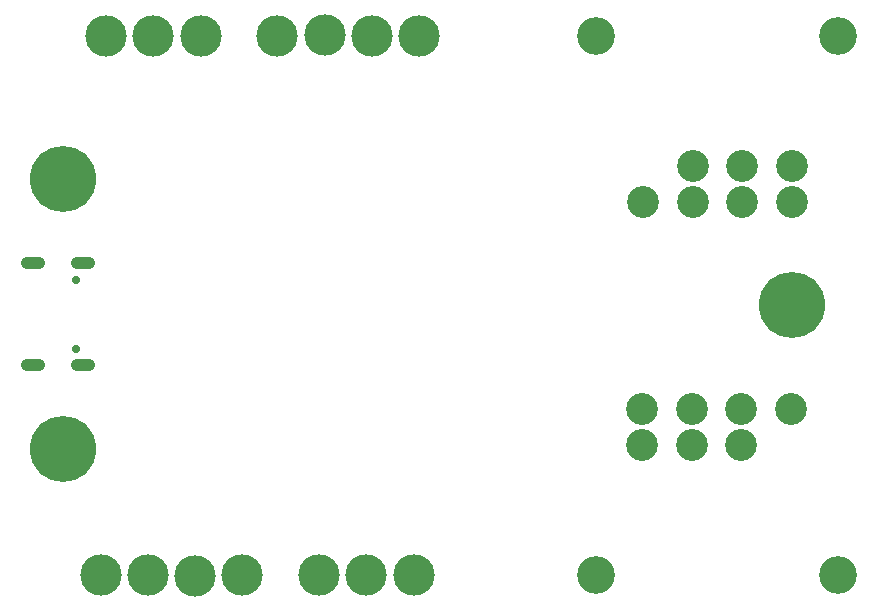
<source format=gbr>
%TF.GenerationSoftware,KiCad,Pcbnew,7.0.6*%
%TF.CreationDate,2023-09-20T14:55:28-04:00*%
%TF.ProjectId,32U4_NES_SNES_adapter,33325534-5f4e-4455-935f-534e45535f61,rev?*%
%TF.SameCoordinates,Original*%
%TF.FileFunction,Soldermask,Bot*%
%TF.FilePolarity,Negative*%
%FSLAX46Y46*%
G04 Gerber Fmt 4.6, Leading zero omitted, Abs format (unit mm)*
G04 Created by KiCad (PCBNEW 7.0.6) date 2023-09-20 14:55:28*
%MOMM*%
%LPD*%
G01*
G04 APERTURE LIST*
%ADD10C,3.500000*%
%ADD11C,3.200000*%
%ADD12C,2.700000*%
%ADD13C,5.600000*%
%ADD14C,0.700000*%
%ADD15O,2.100000X1.050000*%
G04 APERTURE END LIST*
D10*
%TO.C,J2*%
X97064000Y-120709000D03*
X101064000Y-120709000D03*
X105064000Y-120809000D03*
X109064000Y-120709000D03*
X115564000Y-120709000D03*
X119564000Y-120709000D03*
X123564000Y-120709000D03*
%TD*%
D11*
%TO.C,J5*%
X159475000Y-75125000D03*
X138975000Y-75125000D03*
D12*
X147168000Y-86125000D03*
X151359000Y-86125000D03*
X155550000Y-86125000D03*
X155550000Y-89125000D03*
X151359000Y-89125000D03*
X147168000Y-89125000D03*
X142977000Y-89125000D03*
%TD*%
D13*
%TO.C,H3*%
X155550000Y-97917000D03*
%TD*%
D11*
%TO.C,J4*%
X138975000Y-120709000D03*
X159475000Y-120709000D03*
D12*
X151282000Y-109709000D03*
X147091000Y-109709000D03*
X142900000Y-109709000D03*
X142900000Y-106709000D03*
X147091000Y-106709000D03*
X151282000Y-106709000D03*
X155473000Y-106709000D03*
%TD*%
D13*
%TO.C,H1*%
X93895500Y-87249000D03*
%TD*%
%TO.C,H2*%
X93895500Y-110109000D03*
%TD*%
D10*
%TO.C,J3*%
X124014000Y-75125000D03*
X120014000Y-75125000D03*
X116014000Y-75025000D03*
X112014000Y-75125000D03*
X105514000Y-75125000D03*
X101514000Y-75125000D03*
X97514000Y-75125000D03*
%TD*%
D14*
%TO.C,J1*%
X95005500Y-95789000D03*
X95005500Y-101569000D03*
D15*
X95535500Y-94359000D03*
X95535500Y-102999000D03*
X91355500Y-94359000D03*
X91355500Y-102999000D03*
%TD*%
M02*

</source>
